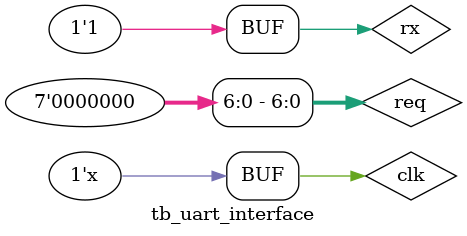
<source format=v>
`timescale 1ns / 1ps

module tb_uart_interface();

parameter BUS_WIDTH = 32;
parameter CTRL_WIDTH = 8;

wire [7:0] req;
assign req[6:0] = 0;
wire [7:0] ack;
reg clk;
wire [BUS_WIDTH-1:0] bus;
wire [CTRL_WIDTH-1:0] ctrl;

reg rx;
wire tx;
      
wire [BUS_WIDTH-1:0] master_out; 
wire [CTRL_WIDTH-1:0] master_ctrl_out;                   
uartInterface master(.bus_in(bus),
                      .bus_ack(ack[7]),
                      .clk50MHz(clk),
                      .bus_req(req[7]),
                      .bus_out(master_out),
                      .ctrl_in(ctrl),
                      .ctrl_out(master_ctrl_out),
                      .rx(rx),
                      .tx(tx));
                     
wire [BUS_WIDTH-1:0] slave_out;  
wire [CTRL_WIDTH-1:0] slave_ctrl_out;                   
tb_test_slave slave (.bus_in(bus),
                     .ack(ack[0]),
                     .clk(clk),
                     .bus_out(slave_out),
                     .ctrl_in(ctrl),
                     .ctrl_out(slave_ctrl_out));
                     
BusController controller(.req(req),
                         .clk(clk),
                         .ack(ack),
                         .bus_in_0(slave_out),
                         .bus_in_7(master_out),
                         .bus_out(bus),
                         .ctrl_in_0(slave_ctrl_out),
                         .ctrl_in_7(master_ctrl_out),
                         .ctrl_out(ctrl));
                         
parameter UART_BAUD = 9600;
parameter INPUT_CLOCK = 50000000;
parameter CLOCKS_BETWEEN_BITS = INPUT_CLOCK / UART_BAUD;
                         
initial begin
    clk = 0;
    rx = 1;
    
    // First data: 0x56 (WRITE_COMMAND)
    rx = 0; // start
    #(CLOCKS_BETWEEN_BITS * 20)
    rx = 0; // 0
    #(CLOCKS_BETWEEN_BITS * 20)
    rx = 1; // 1
    #(CLOCKS_BETWEEN_BITS * 20)
    rx = 1; // 2
    #(CLOCKS_BETWEEN_BITS * 20)
    rx = 0; // 3
    #(CLOCKS_BETWEEN_BITS * 20)
    rx = 1; // 4
    #(CLOCKS_BETWEEN_BITS * 20)
    rx = 0; // 5
    #(CLOCKS_BETWEEN_BITS * 20)
    rx = 1; // 6
    #(CLOCKS_BETWEEN_BITS * 20)
    rx = 0; // 7
    #(CLOCKS_BETWEEN_BITS * 20)
    rx = 1; // stop 1
    
    #(CLOCKS_BETWEEN_BITS * 20) //wait
    
    //Address 
    // Data Byte 0: 0xFF
    rx = 0; // start
    #(CLOCKS_BETWEEN_BITS * 20)
    rx = 0; // 0
    #(CLOCKS_BETWEEN_BITS * 20)
    rx = 0; // 1
    #(CLOCKS_BETWEEN_BITS * 20)
    rx = 0; // 2
    #(CLOCKS_BETWEEN_BITS * 20)
    rx = 0; // 3
    #(CLOCKS_BETWEEN_BITS * 20)
    rx = 0; // 4
    #(CLOCKS_BETWEEN_BITS * 20)
    rx = 0; // 5
    #(CLOCKS_BETWEEN_BITS * 20)
    rx = 0; // 6
    #(CLOCKS_BETWEEN_BITS * 20)
    rx = 0; // 7
    #(CLOCKS_BETWEEN_BITS * 20)
    rx = 1; // stop 1
    
    #(CLOCKS_BETWEEN_BITS * 20) //wait
    
    // Data Byte 1: 0x00
    rx = 0; // start
    #(CLOCKS_BETWEEN_BITS * 20)
    rx = 0; // 0
    #(CLOCKS_BETWEEN_BITS * 20)
    rx = 0; // 1
    #(CLOCKS_BETWEEN_BITS * 20)
    rx = 0; // 2
    #(CLOCKS_BETWEEN_BITS * 20)
    rx = 0; // 3
    #(CLOCKS_BETWEEN_BITS * 20)
    rx = 0; // 4
    #(CLOCKS_BETWEEN_BITS * 20)
    rx = 0; // 5
    #(CLOCKS_BETWEEN_BITS * 20)
    rx = 0; // 6
    #(CLOCKS_BETWEEN_BITS * 20)
    rx = 0; // 7
    #(CLOCKS_BETWEEN_BITS * 20)
    rx = 1; // stop 1
    
    #(CLOCKS_BETWEEN_BITS * 20) //wait
    
    // Data Byte 2: 0xFF
    rx = 0; // start
    #(CLOCKS_BETWEEN_BITS * 20)
    rx = 0; // 0
    #(CLOCKS_BETWEEN_BITS * 20)
    rx = 0; // 1
    #(CLOCKS_BETWEEN_BITS * 20)
    rx = 0; // 2
    #(CLOCKS_BETWEEN_BITS * 20)
    rx = 0; // 3
    #(CLOCKS_BETWEEN_BITS * 20)
    rx = 0; // 4
    #(CLOCKS_BETWEEN_BITS * 20)
    rx = 0; // 5
    #(CLOCKS_BETWEEN_BITS * 20)
    rx = 0; // 6
    #(CLOCKS_BETWEEN_BITS * 20)
    rx = 0; // 7
    #(CLOCKS_BETWEEN_BITS * 20)
    rx = 1; // stop 1
    
    #(CLOCKS_BETWEEN_BITS * 20) //wait
    
    // Data Byte 3: 0x00
    rx = 0; // start
    #(CLOCKS_BETWEEN_BITS * 20)
    rx = 0; // 0
    #(CLOCKS_BETWEEN_BITS * 20)
    rx = 0; // 1
    #(CLOCKS_BETWEEN_BITS * 20)
    rx = 0; // 2
    #(CLOCKS_BETWEEN_BITS * 20)
    rx = 0; // 3
    #(CLOCKS_BETWEEN_BITS * 20)
    rx = 0; // 4
    #(CLOCKS_BETWEEN_BITS * 20)
    rx = 0; // 5
    #(CLOCKS_BETWEEN_BITS * 20)
    rx = 0; // 6
    #(CLOCKS_BETWEEN_BITS * 20)
    rx = 0; // 7
    #(CLOCKS_BETWEEN_BITS * 20)
    rx = 1; // stop 1
    
    
    #(CLOCKS_BETWEEN_BITS * 20) //wait
    
    //Data
    //Byte 0: 0xFF
    rx = 0; // start
    #(CLOCKS_BETWEEN_BITS * 20)
    rx = 1; // 0
    #(CLOCKS_BETWEEN_BITS * 20)
    rx = 1; // 1
    #(CLOCKS_BETWEEN_BITS * 20)
    rx = 1; // 2
    #(CLOCKS_BETWEEN_BITS * 20)
    rx = 1; // 3
    #(CLOCKS_BETWEEN_BITS * 20)
    rx = 1; // 4
    #(CLOCKS_BETWEEN_BITS * 20)
    rx = 1; // 5
    #(CLOCKS_BETWEEN_BITS * 20)
    rx = 1; // 6
    #(CLOCKS_BETWEEN_BITS * 20)
    rx = 1; // 7
    #(CLOCKS_BETWEEN_BITS * 20)
    rx = 1; // stop 1
    
    #(CLOCKS_BETWEEN_BITS * 20) //wait
    
    // Data Byte 1: 0x00
    rx = 0; // start
    #(CLOCKS_BETWEEN_BITS * 20)
    rx = 0; // 0
    #(CLOCKS_BETWEEN_BITS * 20)
    rx = 0; // 1
    #(CLOCKS_BETWEEN_BITS * 20)
    rx = 0; // 2
    #(CLOCKS_BETWEEN_BITS * 20)
    rx = 0; // 3
    #(CLOCKS_BETWEEN_BITS * 20)
    rx = 0; // 4
    #(CLOCKS_BETWEEN_BITS * 20)
    rx = 0; // 5
    #(CLOCKS_BETWEEN_BITS * 20)
    rx = 0; // 6
    #(CLOCKS_BETWEEN_BITS * 20)
    rx = 0; // 7
    #(CLOCKS_BETWEEN_BITS * 20)
    rx = 1; // stop 1
    
    #(CLOCKS_BETWEEN_BITS * 20) //wait
    
    // Data Byte 2: 0xFF
    rx = 0; // start
    #(CLOCKS_BETWEEN_BITS * 20)
    rx = 1; // 0
    #(CLOCKS_BETWEEN_BITS * 20)
    rx = 1; // 1
    #(CLOCKS_BETWEEN_BITS * 20)
    rx = 1; // 2
    #(CLOCKS_BETWEEN_BITS * 20)
    rx = 1; // 3
    #(CLOCKS_BETWEEN_BITS * 20)
    rx = 1; // 4
    #(CLOCKS_BETWEEN_BITS * 20)
    rx = 1; // 5
    #(CLOCKS_BETWEEN_BITS * 20)
    rx = 1; // 6
    #(CLOCKS_BETWEEN_BITS * 20)
    rx = 1; // 7
    #(CLOCKS_BETWEEN_BITS * 20)
    rx = 1; // stop 1
    
    #(CLOCKS_BETWEEN_BITS * 20) //wait
    
    // Data Byte 3: 0x00
    rx = 0; // start
    #(CLOCKS_BETWEEN_BITS * 20)
    rx = 0; // 0
    #(CLOCKS_BETWEEN_BITS * 20)
    rx = 0; // 1
    #(CLOCKS_BETWEEN_BITS * 20)
    rx = 0; // 2
    #(CLOCKS_BETWEEN_BITS * 20)
    rx = 0; // 3
    #(CLOCKS_BETWEEN_BITS * 20)
    rx = 0; // 4
    #(CLOCKS_BETWEEN_BITS * 20)
    rx = 0; // 5
    #(CLOCKS_BETWEEN_BITS * 20)
    rx = 0; // 6
    #(CLOCKS_BETWEEN_BITS * 20)
    rx = 0; // 7
    #(CLOCKS_BETWEEN_BITS * 20)
    rx = 1; // stop 1
    
    
end

always begin
    #10 clk = ~clk;
end

endmodule






</source>
